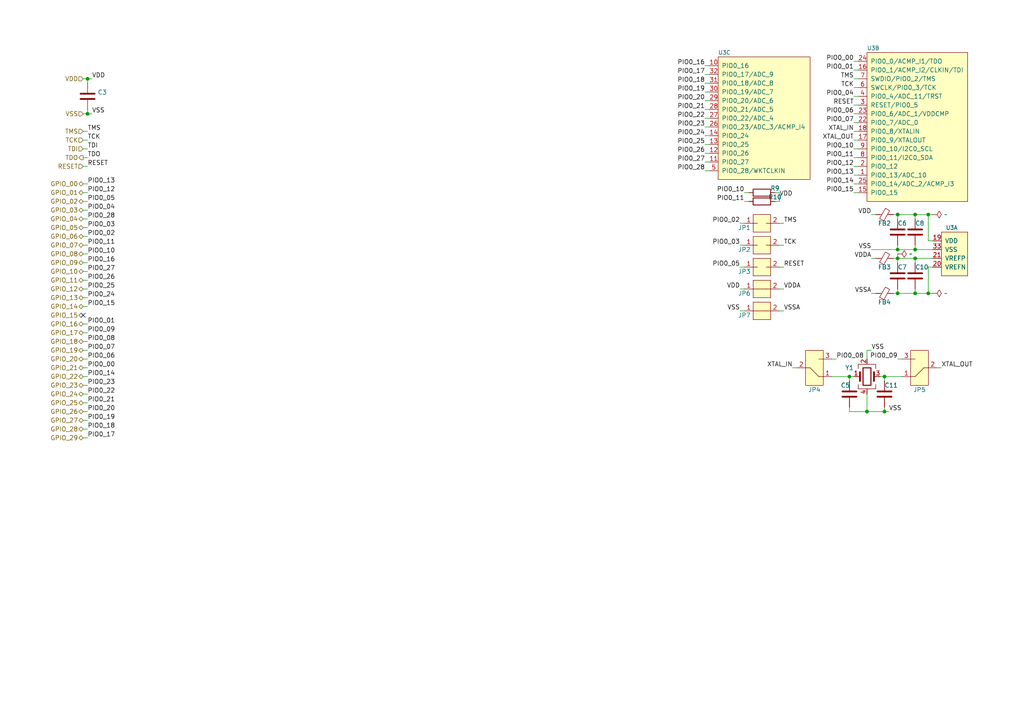
<source format=kicad_sch>
(kicad_sch (version 20211123) (generator eeschema)
  (paper "A4")
  (lib_symbols
    (symbol "Device:C" (pin_numbers hide) (pin_names (offset 0.254))
      (property "Reference" "C" (at 0.635 2.54 0))
      (property "Value" "C" (at 0.635 -2.54 0))
      (symbol "C_0_1"
        (polyline (pts (xy -2.032 -0.762) (xy 2.032 -0.762)) (stroke (width 0.508)))
        (polyline (pts (xy -2.032 0.762) (xy 2.032 0.762)) (stroke (width 0.508)))
      )
      (symbol "C_1_1"
        (pin passive line (at 0 3.81 270) (length 2.794) (name "~") (number "1"))
        (pin passive line (at 0 -3.81 90) (length 2.794) (name "~") (number "2"))
      )
    )
    (symbol "Device:Crystal_GND24" (pin_names (offset 1.016) hide)
      (property "Reference" "Y" (at 3.175 5.08 0))
      (property "Value" "Crystal_GND24" (at 3.175 3.175 0))
      (symbol "Crystal_GND24_0_1"
        (rectangle (start -1.143 2.54) (end 1.143 -2.54) (stroke (width 0.3048)))
        (polyline (pts (xy -2.54 0) (xy -2.032 0)))
        (polyline (pts (xy -2.032 -1.27) (xy -2.032 1.27)) (stroke (width 0.508)))
        (polyline (pts (xy 0 -3.81) (xy 0 -3.556)))
        (polyline (pts (xy 0 3.556) (xy 0 3.81)))
        (polyline (pts (xy 2.032 -1.27) (xy 2.032 1.27)) (stroke (width 0.508)))
        (polyline (pts (xy 2.032 0) (xy 2.54 0)))
        (polyline (pts (xy -2.54 -2.286) (xy -2.54 -3.556) (xy 2.54 -3.556) (xy 2.54 -2.286)))
        (polyline (pts (xy -2.54 2.286) (xy -2.54 3.556) (xy 2.54 3.556) (xy 2.54 2.286)))
      )
      (symbol "Crystal_GND24_1_1"
        (pin passive line (at -3.81 0 0) (length 1.27) (name "1") (number "1"))
        (pin passive line (at 0 5.08 270) (length 1.27) (name "2") (number "2"))
        (pin passive line (at 3.81 0 180) (length 1.27) (name "3") (number "3"))
        (pin passive line (at 0 -5.08 90) (length 1.27) (name "4") (number "4"))
      )
    )
    (symbol "Device:FerriteBead_Small" (pin_numbers hide) (pin_names (offset 0))
      (property "Reference" "FB" (at 1.905 1.27 0))
      (property "Value" "FerriteBead_Small" (at 1.905 -1.27 0))
      (symbol "FerriteBead_Small_0_1"
        (polyline (pts (xy 0 -1.27) (xy 0 -0.7874)))
        (polyline (pts (xy 0 0.889) (xy 0 1.2954)))
        (polyline (pts (xy -1.8288 0.2794) (xy -1.1176 1.4986) (xy 1.8288 -0.2032) (xy 1.1176 -1.4224) (xy -1.8288 0.2794)))
      )
      (symbol "FerriteBead_Small_1_1"
        (pin passive line (at 0 2.54 270) (length 1.27) (name "~") (number "1"))
        (pin passive line (at 0 -2.54 90) (length 1.27) (name "~") (number "2"))
      )
    )
    (symbol "Device:R" (pin_numbers hide) (pin_names (offset 0))
      (property "Reference" "R" (at 2.032 0 90))
      (property "Value" "R" (at 0 0 90))
      (symbol "R_0_1"
        (rectangle (start -1.016 -2.54) (end 1.016 2.54) (stroke (width 0.254)))
      )
      (symbol "R_1_1"
        (pin passive line (at 0 3.81 270) (length 1.27) (name "~") (number "1"))
        (pin passive line (at 0 -3.81 90) (length 1.27) (name "~") (number "2"))
      )
    )
    (symbol "SquantorNxp:LPC824M201JHI33" (pin_names (offset 1.016))
      (property "Reference" "U" (at -1.27 24.13 0))
      (property "Value" "LPC824M201JHI33" (at -7.62 -24.13 0))
      (symbol "LPC824M201JHI33_1_1"
        (rectangle (start -3.81 6.35) (end 3.81 -6.35) (fill (type background)))
        (pin power_in line (at -6.35 3.81 0) (length 2.54) (name "VDD") (number "19"))
        (pin power_in line (at -6.35 -3.81 0) (length 2.54) (name "VREFN") (number "20"))
        (pin power_in line (at -6.35 -1.27 0) (length 2.54) (name "VREFP") (number "21"))
        (pin power_in line (at -6.35 1.27 0) (length 2.54) (name "VSS") (number "33"))
      )
      (symbol "LPC824M201JHI33_2_1"
        (rectangle (start -13.97 21.59) (end 15.24 -21.59) (fill (type background)))
        (pin bidirectional line (at -16.51 -13.97 0) (length 2.54) (name "PIO0_13/ADC_10") (number "1"))
        (pin bidirectional line (at -16.51 -19.05 0) (length 2.54) (name "PIO0_15") (number "15"))
        (pin bidirectional line (at -16.51 16.51 0) (length 2.54) (name "PIO0_1/ACMP_I2/CLKIN/TDI") (number "16"))
        (pin bidirectional line (at -16.51 -3.81 0) (length 2.54) (name "PIO0_9/XTALOUT") (number "17"))
        (pin bidirectional line (at -16.51 -1.27 0) (length 2.54) (name "PIO0_8/XTALIN") (number "18"))
        (pin bidirectional line (at -16.51 -11.43 0) (length 2.54) (name "PIO0_12") (number "2"))
        (pin bidirectional line (at -16.51 1.27 0) (length 2.54) (name "PIO0_7/ADC_0") (number "22"))
        (pin bidirectional line (at -16.51 3.81 0) (length 2.54) (name "PIO0_6/ADC_1/VDDCMP") (number "23"))
        (pin bidirectional line (at -16.51 19.05 0) (length 2.54) (name "PIO0_0/ACMP_I1/TDO") (number "24"))
        (pin bidirectional line (at -16.51 -16.51 0) (length 2.54) (name "PIO0_14/ADC_2/ACMP_I3") (number "25"))
        (pin bidirectional line (at -16.51 6.35 0) (length 2.54) (name "RESET/PIO0_5") (number "3"))
        (pin bidirectional line (at -16.51 8.89 0) (length 2.54) (name "PIO0_4/ADC_11/TRST") (number "4"))
        (pin bidirectional line (at -16.51 11.43 0) (length 2.54) (name "SWCLK/PIO0_3/TCK") (number "6"))
        (pin bidirectional line (at -16.51 13.97 0) (length 2.54) (name "SWDIO/PIO0_2/TMS") (number "7"))
        (pin bidirectional line (at -16.51 -8.89 0) (length 2.54) (name "PIO0_11/I2C0_SDA") (number "8"))
        (pin bidirectional line (at -16.51 -6.35 0) (length 2.54) (name "PIO0_10/I2C0_SCL") (number "9"))
      )
      (symbol "LPC824M201JHI33_3_1"
        (rectangle (start -12.7 17.78) (end 13.97 -17.78) (fill (type background)))
        (pin bidirectional line (at -15.24 15.24 0) (length 2.54) (name "PIO0_16") (number "10"))
        (pin bidirectional line (at -15.24 -12.7 0) (length 2.54) (name "PIO0_27") (number "11"))
        (pin bidirectional line (at -15.24 -10.16 0) (length 2.54) (name "PIO0_26") (number "12"))
        (pin bidirectional line (at -15.24 -7.62 0) (length 2.54) (name "PIO0_25") (number "13"))
        (pin bidirectional line (at -15.24 -5.08 0) (length 2.54) (name "PIO0_24") (number "14"))
        (pin bidirectional line (at -15.24 -2.54 0) (length 2.54) (name "PIO0_23/ADC_3/ACMP_I4") (number "26"))
        (pin bidirectional line (at -15.24 0 0) (length 2.54) (name "PIO0_22/ADC_4") (number "27"))
        (pin bidirectional line (at -15.24 2.54 0) (length 2.54) (name "PIO0_21/ADC_5") (number "28"))
        (pin bidirectional line (at -15.24 5.08 0) (length 2.54) (name "PIO0_20/ADC_6") (number "29"))
        (pin bidirectional line (at -15.24 7.62 0) (length 2.54) (name "PIO0_19/ADC_7") (number "30"))
        (pin bidirectional line (at -15.24 10.16 0) (length 2.54) (name "PIO0_18/ADC_8") (number "31"))
        (pin bidirectional line (at -15.24 12.7 0) (length 2.54) (name "PIO0_17/ADC_9") (number "32"))
        (pin bidirectional line (at -15.24 -15.24 0) (length 2.54) (name "PIO0_28/WKTCLKIN") (number "5"))
      )
    )
    (symbol "SquantorSpecial:Solderjumper_2way_12conn" (pin_names (offset 1.016))
      (property "Reference" "JP" (at 0 3.81 0))
      (property "Value" "Solderjumper_2way_12conn" (at 0 -3.81 0))
      (symbol "Solderjumper_2way_12conn_0_1"
        (rectangle (start -2.54 2.54) (end 2.54 -2.54) (fill (type background)))
        (polyline (pts (xy -2.54 0) (xy -1.27 0)))
        (polyline (pts (xy -1.27 0) (xy 1.27 0)))
        (polyline (pts (xy 2.54 0) (xy 1.27 0)))
      )
      (symbol "Solderjumper_2way_12conn_1_1"
        (pin passive line (at -5.08 0 0) (length 2.54) (name "~") (number "1"))
        (pin passive line (at 5.08 0 180) (length 2.54) (name "~") (number "2"))
      )
    )
    (symbol "SquantorSpecial:Solderjumper_2way_noconn" (pin_names (offset 1.016))
      (property "Reference" "JP" (at 0 3.81 0))
      (property "Value" "Solderjumper_2way_noconn" (at 0 -3.81 0))
      (symbol "Solderjumper_2way_noconn_0_1"
        (rectangle (start -2.54 2.54) (end 2.54 -2.54) (fill (type background)))
        (polyline (pts (xy -2.54 0) (xy -1.27 0)))
        (polyline (pts (xy 2.54 0) (xy 1.27 0)))
      )
      (symbol "Solderjumper_2way_noconn_1_1"
        (pin passive line (at -5.08 0 0) (length 2.54) (name "~") (number "1"))
        (pin passive line (at 5.08 0 180) (length 2.54) (name "~") (number "2"))
      )
    )
    (symbol "SquantorSpecial:Solderjumper_3way_12conn" (pin_names (offset 1.016))
      (property "Reference" "JP" (at 0 6.35 0))
      (property "Value" "Solderjumper_3way_12conn" (at 0 -6.35 0))
      (symbol "Solderjumper_3way_12conn_0_1"
        (rectangle (start -2.54 5.08) (end 2.54 -5.08) (fill (type background)))
        (polyline (pts (xy -2.54 -2.54) (xy -1.27 -2.54)))
        (polyline (pts (xy -2.54 2.54) (xy -1.27 2.54)))
        (polyline (pts (xy -1.27 2.54) (xy 1.27 0)))
        (polyline (pts (xy 2.54 0) (xy 1.27 0)))
      )
      (symbol "Solderjumper_3way_12conn_1_1"
        (pin passive line (at -5.08 2.54 0) (length 2.54) (name "~") (number "1"))
        (pin passive line (at 5.08 0 180) (length 2.54) (name "~") (number "2"))
        (pin passive line (at -5.08 -2.54 0) (length 2.54) (name "~") (number "3"))
      )
    )
    (symbol "power:PWR_FLAG" (power) (pin_numbers hide) (pin_names (offset 0) hide)
      (property "Value" "PWR_FLAG" (at 0 3.81 0))
      (symbol "PWR_FLAG_0_0"
        (pin power_out line (at 0 0 90) (length 0) (name "pwr") (number "1"))
      )
      (symbol "PWR_FLAG_0_1"
        (polyline (pts (xy 0 0) (xy 0 1.27) (xy -1.016 1.905) (xy 0 2.54) (xy 1.016 1.905) (xy 0 1.27)))
      )
    )
  )
  (junction (at 265.43 62.23))
  (junction (at 269.24 85.09))
  (junction (at 25.4 22.86))
  (junction (at 260.35 62.23))
  (junction (at 265.43 72.39))
  (junction (at 260.35 85.09))
  (junction (at 25.4 33.02))
  (junction (at 269.24 62.23))
  (junction (at 260.35 74.93))
  (junction (at 251.46 119.38))
  (junction (at 265.43 85.09))
  (junction (at 256.54 109.22))
  (junction (at 256.54 119.38))
  (junction (at 246.38 109.22))
  (junction (at 260.35 72.39))
  (junction (at 265.43 74.93))
  (no_connect (at 24.13 91.44))
  (wire (pts (xy 204.47 24.13) (xy 205.74 24.13)))
  (wire (pts (xy 260.35 74.93) (xy 265.43 74.93)))
  (wire (pts (xy 247.65 109.22) (xy 246.38 109.22)))
  (wire (pts (xy 252.73 74.93) (xy 254 74.93)))
  (wire (pts (xy 24.13 78.74) (xy 25.4 78.74)))
  (wire (pts (xy 25.4 81.28) (xy 24.13 81.28)))
  (wire (pts (xy 269.24 77.47) (xy 270.51 77.47)))
  (wire (pts (xy 227.33 90.17) (xy 226.06 90.17)))
  (wire (pts (xy 248.92 35.56) (xy 247.65 35.56)))
  (wire (pts (xy 247.65 48.26) (xy 248.92 48.26)))
  (wire (pts (xy 24.13 68.58) (xy 25.4 68.58)))
  (wire (pts (xy 25.4 22.86) (xy 25.4 24.13)))
  (wire (pts (xy 24.13 53.34) (xy 25.4 53.34)))
  (wire (pts (xy 251.46 114.3) (xy 251.46 119.38)))
  (wire (pts (xy 260.35 83.82) (xy 260.35 85.09)))
  (wire (pts (xy 248.92 20.32) (xy 247.65 20.32)))
  (wire (pts (xy 259.08 85.09) (xy 260.35 85.09)))
  (wire (pts (xy 24.13 73.66) (xy 25.4 73.66)))
  (wire (pts (xy 241.3 104.14) (xy 242.57 104.14)))
  (wire (pts (xy 251.46 101.6) (xy 251.46 104.14)))
  (wire (pts (xy 271.78 106.68) (xy 273.05 106.68)))
  (wire (pts (xy 214.63 90.17) (xy 215.9 90.17)))
  (wire (pts (xy 205.74 31.75) (xy 204.47 31.75)))
  (wire (pts (xy 214.63 83.82) (xy 215.9 83.82)))
  (wire (pts (xy 265.43 71.12) (xy 265.43 72.39)))
  (wire (pts (xy 25.4 66.04) (xy 24.13 66.04)))
  (wire (pts (xy 260.35 71.12) (xy 260.35 72.39)))
  (wire (pts (xy 260.35 73.66) (xy 260.35 74.93)))
  (wire (pts (xy 248.92 45.72) (xy 247.65 45.72)))
  (wire (pts (xy 25.4 124.46) (xy 24.13 124.46)))
  (wire (pts (xy 24.13 101.6) (xy 25.4 101.6)))
  (wire (pts (xy 205.74 36.83) (xy 204.47 36.83)))
  (wire (pts (xy 24.13 127) (xy 25.4 127)))
  (wire (pts (xy 204.47 34.29) (xy 205.74 34.29)))
  (wire (pts (xy 265.43 74.93) (xy 270.51 74.93)))
  (wire (pts (xy 205.74 46.99) (xy 204.47 46.99)))
  (wire (pts (xy 265.43 63.5) (xy 265.43 62.23)))
  (wire (pts (xy 259.08 62.23) (xy 260.35 62.23)))
  (wire (pts (xy 215.9 77.47) (xy 214.63 77.47)))
  (wire (pts (xy 205.74 21.59) (xy 204.47 21.59)))
  (wire (pts (xy 25.4 86.36) (xy 24.13 86.36)))
  (wire (pts (xy 25.4 99.06) (xy 24.13 99.06)))
  (wire (pts (xy 224.79 55.88) (xy 226.06 55.88)))
  (wire (pts (xy 269.24 85.09) (xy 270.51 85.09)))
  (wire (pts (xy 25.4 40.64) (xy 24.13 40.64)))
  (wire (pts (xy 205.74 26.67) (xy 204.47 26.67)))
  (wire (pts (xy 24.13 58.42) (xy 25.4 58.42)))
  (wire (pts (xy 24.13 111.76) (xy 25.4 111.76)))
  (wire (pts (xy 25.4 60.96) (xy 24.13 60.96)))
  (wire (pts (xy 25.4 71.12) (xy 24.13 71.12)))
  (wire (pts (xy 24.13 96.52) (xy 25.4 96.52)))
  (wire (pts (xy 256.54 109.22) (xy 261.62 109.22)))
  (wire (pts (xy 214.63 71.12) (xy 215.9 71.12)))
  (wire (pts (xy 257.81 119.38) (xy 256.54 119.38)))
  (wire (pts (xy 25.4 109.22) (xy 24.13 109.22)))
  (wire (pts (xy 265.43 62.23) (xy 269.24 62.23)))
  (wire (pts (xy 226.06 64.77) (xy 227.33 64.77)))
  (wire (pts (xy 241.3 109.22) (xy 246.38 109.22)))
  (wire (pts (xy 260.35 85.09) (xy 265.43 85.09)))
  (wire (pts (xy 217.17 58.42) (xy 215.9 58.42)))
  (wire (pts (xy 24.13 88.9) (xy 25.4 88.9)))
  (wire (pts (xy 260.35 62.23) (xy 265.43 62.23)))
  (wire (pts (xy 247.65 43.18) (xy 248.92 43.18)))
  (wire (pts (xy 204.47 49.53) (xy 205.74 49.53)))
  (wire (pts (xy 24.13 48.26) (xy 25.4 48.26)))
  (wire (pts (xy 259.08 74.93) (xy 260.35 74.93)))
  (wire (pts (xy 248.92 25.4) (xy 247.65 25.4)))
  (wire (pts (xy 25.4 119.38) (xy 24.13 119.38)))
  (wire (pts (xy 248.92 55.88) (xy 247.65 55.88)))
  (wire (pts (xy 215.9 55.88) (xy 217.17 55.88)))
  (wire (pts (xy 25.4 55.88) (xy 24.13 55.88)))
  (wire (pts (xy 226.06 58.42) (xy 224.79 58.42)))
  (wire (pts (xy 25.4 114.3) (xy 24.13 114.3)))
  (wire (pts (xy 204.47 19.05) (xy 205.74 19.05)))
  (wire (pts (xy 25.4 33.02) (xy 25.4 31.75)))
  (wire (pts (xy 247.65 22.86) (xy 248.92 22.86)))
  (wire (pts (xy 25.4 93.98) (xy 24.13 93.98)))
  (wire (pts (xy 265.43 72.39) (xy 260.35 72.39)))
  (wire (pts (xy 25.4 104.14) (xy 24.13 104.14)))
  (wire (pts (xy 260.35 63.5) (xy 260.35 62.23)))
  (wire (pts (xy 24.13 121.92) (xy 25.4 121.92)))
  (wire (pts (xy 260.35 104.14) (xy 261.62 104.14)))
  (wire (pts (xy 247.65 17.78) (xy 248.92 17.78)))
  (wire (pts (xy 26.67 33.02) (xy 25.4 33.02)))
  (wire (pts (xy 247.65 53.34) (xy 248.92 53.34)))
  (wire (pts (xy 256.54 119.38) (xy 251.46 119.38)))
  (wire (pts (xy 252.73 85.09) (xy 254 85.09)))
  (wire (pts (xy 226.06 55.88) (xy 226.06 58.42)))
  (wire (pts (xy 256.54 118.11) (xy 256.54 119.38)))
  (wire (pts (xy 24.13 116.84) (xy 25.4 116.84)))
  (wire (pts (xy 265.43 83.82) (xy 265.43 85.09)))
  (wire (pts (xy 205.74 41.91) (xy 204.47 41.91)))
  (wire (pts (xy 251.46 119.38) (xy 246.38 119.38)))
  (wire (pts (xy 204.47 39.37) (xy 205.74 39.37)))
  (wire (pts (xy 246.38 119.38) (xy 246.38 118.11)))
  (wire (pts (xy 252.73 101.6) (xy 251.46 101.6)))
  (wire (pts (xy 24.13 22.86) (xy 25.4 22.86)))
  (wire (pts (xy 269.24 69.85) (xy 270.51 69.85)))
  (wire (pts (xy 252.73 62.23) (xy 254 62.23)))
  (wire (pts (xy 25.4 76.2) (xy 24.13 76.2)))
  (wire (pts (xy 246.38 109.22) (xy 246.38 110.49)))
  (wire (pts (xy 247.65 27.94) (xy 248.92 27.94)))
  (wire (pts (xy 270.51 72.39) (xy 265.43 72.39)))
  (wire (pts (xy 226.06 83.82) (xy 227.33 83.82)))
  (wire (pts (xy 260.35 72.39) (xy 252.73 72.39)))
  (wire (pts (xy 269.24 62.23) (xy 269.24 69.85)))
  (wire (pts (xy 269.24 85.09) (xy 269.24 77.47)))
  (wire (pts (xy 204.47 29.21) (xy 205.74 29.21)))
  (wire (pts (xy 25.4 45.72) (xy 24.13 45.72)))
  (wire (pts (xy 248.92 50.8) (xy 247.65 50.8)))
  (wire (pts (xy 248.92 30.48) (xy 247.65 30.48)))
  (wire (pts (xy 227.33 77.47) (xy 226.06 77.47)))
  (wire (pts (xy 247.65 33.02) (xy 248.92 33.02)))
  (wire (pts (xy 270.51 62.23) (xy 269.24 62.23)))
  (wire (pts (xy 24.13 33.02) (xy 25.4 33.02)))
  (wire (pts (xy 204.47 44.45) (xy 205.74 44.45)))
  (wire (pts (xy 215.9 64.77) (xy 214.63 64.77)))
  (wire (pts (xy 265.43 76.2) (xy 265.43 74.93)))
  (wire (pts (xy 24.13 38.1) (xy 25.4 38.1)))
  (wire (pts (xy 24.13 43.18) (xy 25.4 43.18)))
  (wire (pts (xy 227.33 71.12) (xy 226.06 71.12)))
  (wire (pts (xy 248.92 40.64) (xy 247.65 40.64)))
  (wire (pts (xy 24.13 63.5) (xy 25.4 63.5)))
  (wire (pts (xy 255.27 109.22) (xy 256.54 109.22)))
  (wire (pts (xy 24.13 106.68) (xy 25.4 106.68)))
  (wire (pts (xy 260.35 74.93) (xy 260.35 76.2)))
  (wire (pts (xy 247.65 38.1) (xy 248.92 38.1)))
  (wire (pts (xy 265.43 85.09) (xy 269.24 85.09)))
  (wire (pts (xy 256.54 109.22) (xy 256.54 110.49)))
  (wire (pts (xy 229.87 106.68) (xy 231.14 106.68)))
  (wire (pts (xy 24.13 83.82) (xy 25.4 83.82)))
  (wire (pts (xy 26.67 22.86) (xy 25.4 22.86)))
  (label "PIO0_13" (at 247.65 50.8 180))
  (label "PIO0_13" (at 25.4 53.34 0))
  (label "VSS" (at 257.81 119.38 0))
  (label "PIO0_20" (at 25.4 119.38 0))
  (label "PIO0_03" (at 214.63 71.12 180))
  (label "PIO0_07" (at 25.4 101.6 0))
  (label "VSS" (at 214.63 90.17 180))
  (label "PIO0_19" (at 25.4 121.92 0))
  (label "PIO0_17" (at 204.47 21.59 180))
  (label "PIO0_22" (at 25.4 114.3 0))
  (label "PIO0_00" (at 25.4 106.68 0))
  (label "PIO0_08" (at 242.57 104.14 0))
  (label "PIO0_28" (at 204.47 49.53 180))
  (label "RESET" (at 247.65 30.48 180))
  (label "PIO0_09" (at 25.4 96.52 0))
  (label "PIO0_04" (at 25.4 60.96 0))
  (label "PIO0_03" (at 25.4 66.04 0))
  (label "PIO0_05" (at 214.63 77.47 180))
  (label "PIO0_21" (at 204.47 31.75 180))
  (label "PIO0_09" (at 260.35 104.14 180))
  (label "VDD" (at 214.63 83.82 180))
  (label "PIO0_10" (at 215.9 55.88 180))
  (label "VDDA" (at 227.33 83.82 0))
  (label "PIO0_24" (at 25.4 86.36 0))
  (label "PIO0_11" (at 215.9 58.42 180))
  (label "PIO0_11" (at 247.65 45.72 180))
  (label "PIO0_10" (at 25.4 73.66 0))
  (label "PIO0_14" (at 25.4 109.22 0))
  (label "VSS" (at 26.67 33.02 0))
  (label "TMS" (at 25.4 38.1 0))
  (label "VDD" (at 26.67 22.86 0))
  (label "VDD" (at 252.73 62.23 180))
  (label "PIO0_10" (at 247.65 43.18 180))
  (label "VDD" (at 226.06 57.15 0))
  (label "TCK" (at 227.33 71.12 0))
  (label "PIO0_07" (at 247.65 35.56 180))
  (label "VSSA" (at 252.73 85.09 180))
  (label "TDO" (at 25.4 45.72 0))
  (label "PIO0_06" (at 25.4 104.14 0))
  (label "PIO0_12" (at 247.65 48.26 180))
  (label "XTAL_OUT" (at 247.65 40.64 180))
  (label "PIO0_24" (at 204.47 39.37 180))
  (label "PIO0_15" (at 247.65 55.88 180))
  (label "PIO0_12" (at 25.4 55.88 0))
  (label "RESET" (at 25.4 48.26 0))
  (label "PIO0_18" (at 25.4 124.46 0))
  (label "PIO0_19" (at 204.47 26.67 180))
  (label "PIO0_08" (at 25.4 99.06 0))
  (label "VSS" (at 252.73 101.6 0))
  (label "PIO0_16" (at 204.47 19.05 180))
  (label "TCK" (at 247.65 25.4 180))
  (label "PIO0_28" (at 25.4 63.5 0))
  (label "VDDA" (at 252.73 74.93 180))
  (label "PIO0_05" (at 25.4 58.42 0))
  (label "PIO0_27" (at 25.4 78.74 0))
  (label "PIO0_00" (at 247.65 17.78 180))
  (label "XTAL_IN" (at 229.87 106.68 180))
  (label "PIO0_01" (at 247.65 20.32 180))
  (label "PIO0_23" (at 204.47 36.83 180))
  (label "PIO0_20" (at 204.47 29.21 180))
  (label "XTAL_OUT" (at 273.05 106.68 0))
  (label "PIO0_01" (at 25.4 93.98 0))
  (label "RESET" (at 227.33 77.47 0))
  (label "PIO0_23" (at 25.4 111.76 0))
  (label "PIO0_17" (at 25.4 127 0))
  (label "PIO0_21" (at 25.4 116.84 0))
  (label "XTAL_IN" (at 247.65 38.1 180))
  (label "TDI" (at 25.4 43.18 0))
  (label "PIO0_15" (at 25.4 88.9 0))
  (label "PIO0_11" (at 25.4 71.12 0))
  (label "PIO0_18" (at 204.47 24.13 180))
  (label "PIO0_04" (at 247.65 27.94 180))
  (label "TMS" (at 247.65 22.86 180))
  (label "PIO0_26" (at 25.4 81.28 0))
  (label "PIO0_02" (at 25.4 68.58 0))
  (label "PIO0_22" (at 204.47 34.29 180))
  (label "PIO0_06" (at 247.65 33.02 180))
  (label "TCK" (at 25.4 40.64 0))
  (label "PIO0_14" (at 247.65 53.34 180))
  (label "PIO0_25" (at 204.47 41.91 180))
  (label "PIO0_02" (at 214.63 64.77 180))
  (label "PIO0_25" (at 25.4 83.82 0))
  (label "VSS" (at 252.73 72.39 180))
  (label "TMS" (at 227.33 64.77 0))
  (label "PIO0_27" (at 204.47 46.99 180))
  (label "PIO0_26" (at 204.47 44.45 180))
  (label "PIO0_16" (at 25.4 76.2 0))
  (label "VSSA" (at 227.33 90.17 0))
  (hierarchical_label "GPIO_14" (shape bidirectional) (at 24.13 88.9 180))
  (hierarchical_label "TDO" (shape output) (at 24.13 45.72 180))
  (hierarchical_label "GPIO_05" (shape bidirectional) (at 24.13 66.04 180))
  (hierarchical_label "RESET" (shape input) (at 24.13 48.26 180))
  (hierarchical_label "TMS" (shape input) (at 24.13 38.1 180))
  (hierarchical_label "GPIO_27" (shape bidirectional) (at 24.13 121.92 180))
  (hierarchical_label "GPIO_24" (shape bidirectional) (at 24.13 114.3 180))
  (hierarchical_label "VSS" (shape input) (at 24.13 33.02 180))
  (hierarchical_label "GPIO_10" (shape bidirectional) (at 24.13 78.74 180))
  (hierarchical_label "GPIO_26" (shape bidirectional) (at 24.13 119.38 180))
  (hierarchical_label "GPIO_25" (shape bidirectional) (at 24.13 116.84 180))
  (hierarchical_label "GPIO_16" (shape bidirectional) (at 24.13 93.98 180))
  (hierarchical_label "GPIO_02" (shape bidirectional) (at 24.13 58.42 180))
  (hierarchical_label "TCK" (shape input) (at 24.13 40.64 180))
  (hierarchical_label "GPIO_15" (shape bidirectional) (at 24.13 91.44 180))
  (hierarchical_label "GPIO_23" (shape bidirectional) (at 24.13 111.76 180))
  (hierarchical_label "TDI" (shape input) (at 24.13 43.18 180))
  (hierarchical_label "GPIO_01" (shape bidirectional) (at 24.13 55.88 180))
  (hierarchical_label "GPIO_07" (shape bidirectional) (at 24.13 71.12 180))
  (hierarchical_label "GPIO_12" (shape bidirectional) (at 24.13 83.82 180))
  (hierarchical_label "GPIO_21" (shape bidirectional) (at 24.13 106.68 180))
  (hierarchical_label "GPIO_22" (shape bidirectional) (at 24.13 109.22 180))
  (hierarchical_label "GPIO_03" (shape bidirectional) (at 24.13 60.96 180))
  (hierarchical_label "GPIO_13" (shape bidirectional) (at 24.13 86.36 180))
  (hierarchical_label "GPIO_19" (shape bidirectional) (at 24.13 101.6 180))
  (hierarchical_label "GPIO_28" (shape bidirectional) (at 24.13 124.46 180))
  (hierarchical_label "GPIO_11" (shape bidirectional) (at 24.13 81.28 180))
  (hierarchical_label "GPIO_18" (shape bidirectional) (at 24.13 99.06 180))
  (hierarchical_label "GPIO_17" (shape bidirectional) (at 24.13 96.52 180))
  (hierarchical_label "GPIO_04" (shape bidirectional) (at 24.13 63.5 180))
  (hierarchical_label "GPIO_09" (shape bidirectional) (at 24.13 76.2 180))
  (hierarchical_label "GPIO_08" (shape bidirectional) (at 24.13 73.66 180))
  (hierarchical_label "GPIO_06" (shape bidirectional) (at 24.13 68.58 180))
  (hierarchical_label "VDD" (shape input) (at 24.13 22.86 180))
  (hierarchical_label "GPIO_00" (shape bidirectional) (at 24.13 53.34 180))
  (hierarchical_label "GPIO_20" (shape bidirectional) (at 24.13 104.14 180))
  (hierarchical_label "GPIO_29" (shape bidirectional) (at 24.13 127 180))
  (symbol (lib_id "Device:C") (at 25.4 27.94 0) (unit 1)
    (property "Reference" "C3" (at 28.321 26.7716 0) (effects (justify left)))
  )
  (symbol (lib_id "SquantorNxp:LPC824M201JHI33") (at 276.86 73.66 0) (unit 1)
    (property "Reference" "U3" (at 274.32 66.04 0) (effects (font (size 1.143 1.143)) (justify left)))
  )
  (symbol (lib_id "SquantorNxp:LPC824M201JHI33") (at 265.43 36.83 0) (unit 2)
    (property "Reference" "U3" (at 251.46 13.97 0) (effects (font (size 1.143 1.143)) (justify left)))
  )
  (symbol (lib_id "SquantorNxp:LPC824M201JHI33") (at 220.98 34.29 0) (unit 3)
    (property "Reference" "U3" (at 208.28 15.24 0) (effects (font (size 1.143 1.143)) (justify left)))
  )
  (symbol (lib_id "Device:FerriteBead_Small") (at 256.54 62.23 270) (unit 1)
    (property "Reference" "FB2" (at 256.54 64.77 90))
  )
  (symbol (lib_id "Device:C") (at 260.35 67.31 0) (unit 1)
    (property "Reference" "C6" (at 260.35 64.77 0) (effects (justify left)))
  )
  (symbol (lib_id "power:PWR_FLAG") (at 270.51 62.23 270) (unit 1)
    (property "Reference" "#FLG02" (effects hide))
  )
  (symbol (lib_id "Device:C") (at 265.43 67.31 0) (unit 1)
    (property "Reference" "C8" (at 265.43 64.77 0) (effects (justify left)))
  )
  (symbol (lib_id "Device:FerriteBead_Small") (at 256.54 74.93 270) (unit 1)
    (property "Reference" "FB3" (at 256.54 77.47 90))
  )
  (symbol (lib_id "power:PWR_FLAG") (at 260.35 73.66 270) (unit 1)
    (property "Reference" "#FLG03" (effects hide))
  )
  (symbol (lib_id "Device:C") (at 260.35 80.01 0) (unit 1)
    (property "Reference" "C7" (at 260.35 77.47 0) (effects (justify left)))
  )
  (symbol (lib_id "Device:C") (at 265.43 80.01 0) (unit 1)
    (property "Reference" "C10" (at 265.43 77.47 0) (effects (justify left)))
  )
  (symbol (lib_id "Device:FerriteBead_Small") (at 256.54 85.09 270) (unit 1)
    (property "Reference" "FB4" (at 256.54 87.63 90))
  )
  (symbol (lib_id "Device:Crystal_GND24") (at 251.46 109.22 0) (unit 1)
    (property "Reference" "Y1" (at 245.11 106.68 0) (effects (justify left)))
  )
  (symbol (lib_id "Device:C") (at 246.38 114.3 0) (unit 1)
    (property "Reference" "C5" (at 243.84 111.76 0) (effects (justify left)))
  )
  (symbol (lib_id "Device:C") (at 256.54 114.3 0) (unit 1)
    (property "Reference" "C11" (at 256.54 111.76 0) (effects (justify left)))
  )
  (symbol (lib_id "power:PWR_FLAG") (at 270.51 85.09 270) (unit 1)
    (property "Reference" "#FLG0101" (effects hide))
  )
  (symbol (lib_id "SquantorSpecial:Solderjumper_2way_noconn") (at 220.98 64.77 0) (unit 1)
    (property "Reference" "JP1" (at 215.9 66.04 0))
  )
  (symbol (lib_id "SquantorSpecial:Solderjumper_2way_noconn") (at 220.98 71.12 0) (unit 1)
    (property "Reference" "JP2" (at 215.9 72.39 0))
  )
  (symbol (lib_id "SquantorSpecial:Solderjumper_2way_noconn") (at 220.98 77.47 0) (unit 1)
    (property "Reference" "JP3" (at 215.9 78.74 0))
  )
  (symbol (lib_id "SquantorSpecial:Solderjumper_3way_12conn") (at 236.22 106.68 180) (unit 1)
    (property "Reference" "JP4" (at 236.22 113.03 0))
  )
  (symbol (lib_id "SquantorSpecial:Solderjumper_2way_12conn") (at 220.98 83.82 0) (unit 1)
    (property "Reference" "JP6" (at 215.9 85.09 0))
  )
  (symbol (lib_id "SquantorSpecial:Solderjumper_3way_12conn") (at 266.7 106.68 0) (mirror x) (unit 1)
    (property "Reference" "JP5" (at 266.7 113.03 0))
  )
  (symbol (lib_id "SquantorSpecial:Solderjumper_2way_12conn") (at 220.98 90.17 0) (unit 1)
    (property "Reference" "JP7" (at 215.9 91.44 0))
  )
  (symbol (lib_id "Device:R") (at 220.98 55.88 90) (unit 1)
    (property "Reference" "R9" (at 224.79 54.61 90))
  )
  (symbol (lib_id "Device:R") (at 220.98 58.42 90) (unit 1)
    (property "Reference" "R10" (at 224.79 57.15 90))
  )
)
</source>
